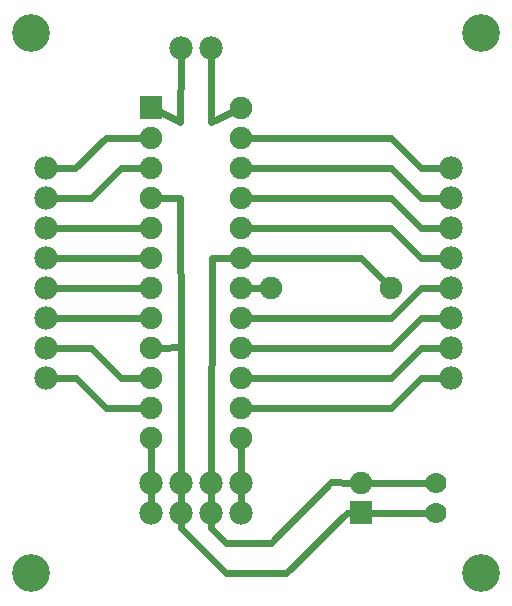
<source format=gbr>
%TF.GenerationSoftware,Novarm,DipTrace,3.2.0.0*%
%TF.CreationDate,2018-02-09T11:51:20+05:00*%
%FSLAX35Y35*%
%MOMM*%
%TF.FileFunction,Copper,L2,Bot*%
%TF.Part,Single*%
%TA.AperFunction,Nonconductor*%
%ADD21C,1.905*%
%ADD22C,1.9812*%
%ADD23C,1.778*%
%ADD24C,0.6096*%
%TA.AperFunction,ComponentPad*%
%ADD25C,3.19999*%
%ADD26C,0.889*%
%ADD27C,0.9652*%
%ADD28C,0.762*%
G75*
G01*
%LPD*%
D25*
X249682Y4807712D3*
X4059682D3*
X249682Y235712D3*
X4059682D3*
D26*
X2027682Y3918712D3*
Y1886712D3*
X1265682Y2394712D3*
X2281682Y2648712D3*
X2027682Y2394712D3*
X1265682Y1378712D3*
Y1886712D3*
Y4172712D3*
Y2140712D3*
X3043682Y997458D3*
X2027682Y2140712D3*
X3043682Y743458D3*
X1265682Y1632712D3*
X2027682Y2902712D3*
X1265682D3*
Y3664712D3*
X2027682Y1632712D3*
Y3410712D3*
X1265682D3*
X3297682Y2648712D3*
X1265682D3*
X2027682Y1378712D3*
Y4172712D3*
X1265682Y3156712D3*
X2027682Y3664712D3*
Y2648712D3*
X1265682Y3918712D3*
X2027682Y3156712D3*
D27*
X376682Y3664712D3*
X3805682Y3156712D3*
X376682Y2394712D3*
X2027682Y997458D3*
X1519682Y4680712D3*
X376682Y3410712D3*
Y2902712D3*
X3805682Y3410712D3*
X1265682Y743458D3*
X1519682Y997458D3*
X376682Y3156712D3*
X3805682Y2394712D3*
X1519682Y743458D3*
X376682Y2648712D3*
Y2140712D3*
X1773682Y743458D3*
X3805682Y3664712D3*
Y2648712D3*
X1265682Y997458D3*
X376682Y1886712D3*
X2027682Y743458D3*
X3805682Y2902712D3*
X1773682Y4680712D3*
Y997458D3*
X3805682Y2140712D3*
Y1886712D3*
D28*
X3678682Y997458D3*
Y743458D3*
D21*
X1264920Y4173220D3*
X2026920D3*
X1264920Y3919220D3*
X2026920D3*
X1264920Y3665220D3*
X2026920D3*
X1264920Y3411220D3*
X2026920D3*
X1264920Y3157220D3*
X2026920D3*
X1264920Y2903220D3*
X2026920D3*
X1264920Y2649220D3*
X2026920D3*
X1264920Y2395220D3*
X2026920D3*
X1264920Y2141220D3*
X2026920D3*
X1264920Y1887220D3*
X2026920D3*
X1264920Y1633220D3*
X2026920D3*
X1264920Y1379220D3*
X2026920D3*
X2280920Y2649220D3*
X3296920D3*
D22*
X1518920Y4681220D3*
X1772920D3*
X1264920Y998220D3*
X1518920D3*
X1772920D3*
X2026920D3*
X1264920Y744220D3*
X1518920D3*
X1772920D3*
X2026920D3*
X3804920Y3665220D3*
Y3411220D3*
Y3157220D3*
Y2903220D3*
Y2649220D3*
Y2395220D3*
Y2141220D3*
Y1887220D3*
X375920Y3665220D3*
Y3411220D3*
Y3157220D3*
Y2903220D3*
Y2649220D3*
Y2395220D3*
Y2141220D3*
Y1887220D3*
D21*
X3042920Y744220D3*
Y998220D3*
D23*
X3677920Y744220D3*
Y998220D3*
G36*
X1360170Y4077970D2*
X1169670D1*
Y4268470D1*
X1360170D1*
Y4077970D1*
G37*
G36*
X3138170Y648970D2*
X2947670D1*
Y839470D1*
X3138170D1*
Y648970D1*
G37*
X1338580Y2141220D2*
D24*
X1516380Y2143760D1*
X1513840Y3408680D2*
X1516380Y2143760D1*
X1338580Y3411220D2*
X1513840Y3408680D1*
X3042920Y2903220D2*
X2100580D1*
X3246120Y2700020D2*
X3042920Y2903220D1*
X2209800Y2649220D2*
X2100580D1*
X1513840Y4048760D2*
X1330960Y4140200D1*
X1518920Y4605020D2*
X1513840Y4048760D1*
X1770380D2*
X1963420Y4140200D1*
X1772920Y4605020D2*
X1770380Y4048760D1*
X629920Y1887220D2*
X452120D1*
X886460Y1630680D2*
X629920Y1887220D1*
X1193800Y1633220D2*
X886460Y1630680D1*
X1013460Y1887220D2*
X756920Y2138680D1*
X452120Y2141220D1*
X1193800Y1887220D2*
X1013460D1*
X881380Y3919220D2*
X624840Y3665220D1*
X452120D1*
X1193800Y3919220D2*
X881380D1*
X1013460Y3665220D2*
X756920Y3411220D1*
X452120D1*
X1193800Y3665220D2*
X1013460D1*
X1193800Y3157220D2*
X452120D1*
X1193800Y2903220D2*
X452120D1*
X1193800Y2649220D2*
X452120D1*
X1193800Y2395220D2*
X452120D1*
X3296920Y1630680D2*
X2100580Y1633220D1*
X3550920Y1887220D2*
X3296920Y1630680D1*
X3728720Y1887220D2*
X3550920D1*
X3296920D2*
X2100580D1*
X3550920Y2141220D2*
X3296920Y1887220D1*
X3728720Y2141220D2*
X3550920D1*
X3296920D2*
X2100580D1*
X3550920Y2395220D2*
X3296920Y2141220D1*
X3728720Y2395220D2*
X3550920D1*
X3296920D2*
X2100580D1*
X3550920Y2649220D2*
X3296920Y2395220D1*
X3728720Y2649220D2*
X3550920D1*
X3299460Y3916680D2*
X2100580Y3919220D1*
X3550920Y3665220D2*
X3299460Y3916680D1*
X3728720Y3665220D2*
X3550920D1*
X3299460D2*
X2100580D1*
X3550920Y3408680D2*
X3299460Y3665220D1*
X3728720Y3411220D2*
X3550920Y3408680D1*
X3299460D2*
X2100580Y3411220D1*
X3550920Y3157220D2*
X3299460Y3408680D1*
X3728720Y3157220D2*
X3550920D1*
X3299460D2*
X2100580D1*
X3550920Y2903220D2*
X3299460Y3157220D1*
X3728720Y2903220D2*
X3550920D1*
X1264920Y1074420D2*
Y1305560D1*
X2026920Y1074420D2*
Y1305560D1*
X1516380Y2143760D2*
X1518920Y1074420D1*
X1778000Y2900680D2*
X1772920Y1074420D1*
X1955800Y2900680D2*
X1778000D1*
X2788920Y1000760D2*
X2971800Y998220D1*
X2283460Y487680D2*
X2788920Y1000760D1*
X1770380Y612140D2*
X1902460Y487680D1*
X2283460D1*
X1772920Y668020D2*
X1770380Y612140D1*
X1264920Y820420D2*
Y922020D1*
X1518920Y820420D2*
Y922020D1*
X1772920Y820420D2*
Y922020D1*
X2026920Y820420D2*
Y922020D1*
X2921000Y744220D2*
X2407920Y231140D1*
X1902460D1*
X1521460Y612140D2*
Y668020D1*
X1902460Y231140D2*
X1521460Y612140D1*
X2971800Y744220D2*
X2921000D1*
X3611880Y998220D2*
X3116580D1*
X3611880Y744220D2*
X3116580D1*
M02*

</source>
